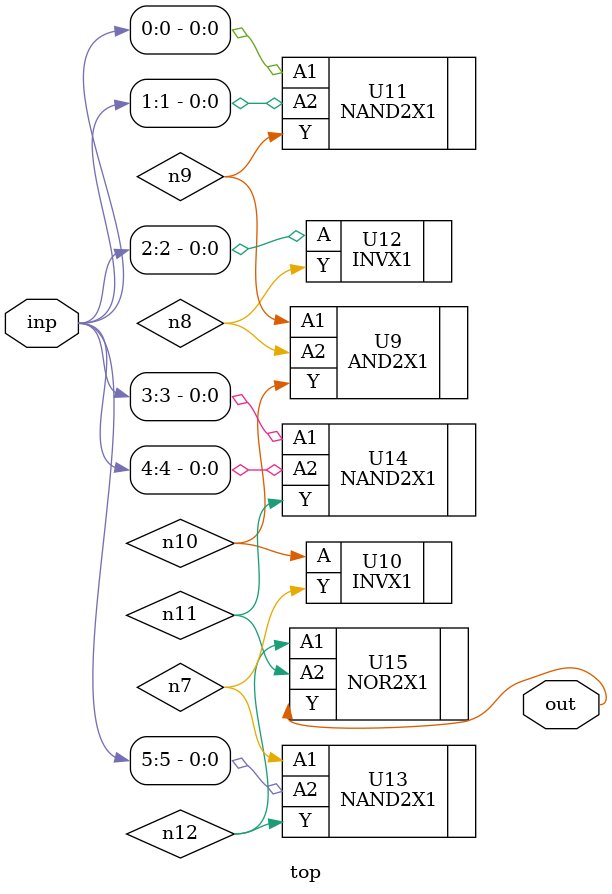
<source format=sv>


module top ( inp, out );
  input [5:0] inp;
  output out;
  wire   n7, n8, n9, n10, n11, n12;

  AND2X1 U9 ( .A1(n9), .A2(n8), .Y(n10) );
  INVX1 U10 ( .A(n10), .Y(n7) );
  NAND2X1 U11 ( .A1(inp[0]), .A2(inp[1]), .Y(n9) );
  INVX1 U12 ( .A(inp[2]), .Y(n8) );
  NAND2X1 U13 ( .A1(n7), .A2(inp[5]), .Y(n12) );
  NAND2X1 U14 ( .A1(inp[3]), .A2(inp[4]), .Y(n11) );
  NOR2X1 U15 ( .A1(n12), .A2(n11), .Y(out) );
endmodule


</source>
